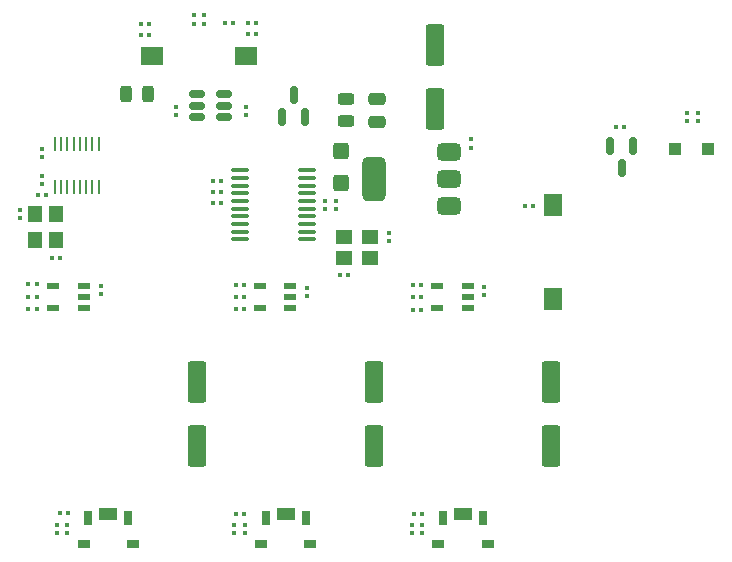
<source format=gtp>
G04 #@! TF.GenerationSoftware,KiCad,Pcbnew,8.0.2*
G04 #@! TF.CreationDate,2024-05-22T22:05:32+08:00*
G04 #@! TF.ProjectId,pppc_usb_hub,70707063-5f75-4736-925f-6875622e6b69,rev?*
G04 #@! TF.SameCoordinates,Original*
G04 #@! TF.FileFunction,Paste,Top*
G04 #@! TF.FilePolarity,Positive*
%FSLAX46Y46*%
G04 Gerber Fmt 4.6, Leading zero omitted, Abs format (unit mm)*
G04 Created by KiCad (PCBNEW 8.0.2) date 2024-05-22 22:05:32*
%MOMM*%
%LPD*%
G01*
G04 APERTURE LIST*
G04 Aperture macros list*
%AMRoundRect*
0 Rectangle with rounded corners*
0 $1 Rounding radius*
0 $2 $3 $4 $5 $6 $7 $8 $9 X,Y pos of 4 corners*
0 Add a 4 corners polygon primitive as box body*
4,1,4,$2,$3,$4,$5,$6,$7,$8,$9,$2,$3,0*
0 Add four circle primitives for the rounded corners*
1,1,$1+$1,$2,$3*
1,1,$1+$1,$4,$5*
1,1,$1+$1,$6,$7*
1,1,$1+$1,$8,$9*
0 Add four rect primitives between the rounded corners*
20,1,$1+$1,$2,$3,$4,$5,0*
20,1,$1+$1,$4,$5,$6,$7,0*
20,1,$1+$1,$6,$7,$8,$9,0*
20,1,$1+$1,$8,$9,$2,$3,0*%
G04 Aperture macros list end*
%ADD10RoundRect,0.079500X0.079500X0.100500X-0.079500X0.100500X-0.079500X-0.100500X0.079500X-0.100500X0*%
%ADD11RoundRect,0.079500X-0.100500X0.079500X-0.100500X-0.079500X0.100500X-0.079500X0.100500X0.079500X0*%
%ADD12R,0.700000X1.200000*%
%ADD13R,1.500000X1.000000*%
%ADD14R,1.100000X0.700000*%
%ADD15RoundRect,0.079500X0.100500X-0.079500X0.100500X0.079500X-0.100500X0.079500X-0.100500X-0.079500X0*%
%ADD16R,1.100000X0.600000*%
%ADD17RoundRect,0.250000X-0.550000X1.500000X-0.550000X-1.500000X0.550000X-1.500000X0.550000X1.500000X0*%
%ADD18RoundRect,0.150000X-0.150000X0.587500X-0.150000X-0.587500X0.150000X-0.587500X0.150000X0.587500X0*%
%ADD19RoundRect,0.250000X0.300000X0.300000X-0.300000X0.300000X-0.300000X-0.300000X0.300000X-0.300000X0*%
%ADD20RoundRect,0.375000X0.625000X0.375000X-0.625000X0.375000X-0.625000X-0.375000X0.625000X-0.375000X0*%
%ADD21RoundRect,0.500000X0.500000X1.400000X-0.500000X1.400000X-0.500000X-1.400000X0.500000X-1.400000X0*%
%ADD22RoundRect,0.150000X0.150000X-0.587500X0.150000X0.587500X-0.150000X0.587500X-0.150000X-0.587500X0*%
%ADD23RoundRect,0.250000X0.475000X-0.250000X0.475000X0.250000X-0.475000X0.250000X-0.475000X-0.250000X0*%
%ADD24RoundRect,0.079500X-0.079500X-0.100500X0.079500X-0.100500X0.079500X0.100500X-0.079500X0.100500X0*%
%ADD25R,0.250000X1.200000*%
%ADD26RoundRect,0.250000X0.425000X-0.450000X0.425000X0.450000X-0.425000X0.450000X-0.425000X-0.450000X0*%
%ADD27R,1.400000X1.200000*%
%ADD28RoundRect,0.243750X-0.456250X0.243750X-0.456250X-0.243750X0.456250X-0.243750X0.456250X0.243750X0*%
%ADD29RoundRect,0.250000X0.550000X-1.500000X0.550000X1.500000X-0.550000X1.500000X-0.550000X-1.500000X0*%
%ADD30RoundRect,0.100000X0.637500X0.100000X-0.637500X0.100000X-0.637500X-0.100000X0.637500X-0.100000X0*%
%ADD31RoundRect,0.243750X-0.243750X-0.456250X0.243750X-0.456250X0.243750X0.456250X-0.243750X0.456250X0*%
%ADD32RoundRect,0.150000X-0.512500X-0.150000X0.512500X-0.150000X0.512500X0.150000X-0.512500X0.150000X0*%
%ADD33R,1.500000X1.900000*%
%ADD34R,1.200000X1.400000*%
%ADD35R,1.900000X1.500000*%
G04 APERTURE END LIST*
D10*
X102445000Y-60700000D03*
X101755000Y-60700000D03*
X101445000Y-83900100D03*
X100755000Y-83900100D03*
D11*
X101537500Y-67780000D03*
X101537500Y-68470000D03*
X106700000Y-83155100D03*
X106700000Y-83845100D03*
D10*
X102445000Y-61600000D03*
X101755000Y-61600000D03*
D11*
X116450000Y-103230000D03*
X116450000Y-103920000D03*
D12*
X118224000Y-102600000D03*
X121624000Y-102600000D03*
D13*
X119924000Y-102300000D03*
D14*
X117823900Y-104850000D03*
X122024100Y-104850000D03*
D15*
X84300000Y-72045000D03*
X84300000Y-71355000D03*
D10*
X99495000Y-75950000D03*
X98805000Y-75950000D03*
D11*
X101450000Y-103230000D03*
X101450000Y-103920000D03*
D10*
X101395000Y-102300000D03*
X100705000Y-102300000D03*
X116380000Y-82850100D03*
X115690000Y-82850100D03*
D11*
X82400000Y-76555000D03*
X82400000Y-77245000D03*
D15*
X120600000Y-71245000D03*
X120600000Y-70555000D03*
D11*
X100550000Y-103205000D03*
X100550000Y-103895000D03*
D10*
X116445000Y-102300000D03*
X115755000Y-102300000D03*
D16*
X87838100Y-84850100D03*
X87838100Y-83900100D03*
X87838100Y-82950100D03*
X85237900Y-82950100D03*
X85237900Y-84850100D03*
D15*
X98050000Y-60745000D03*
X98050000Y-60055000D03*
D17*
X112400000Y-91100100D03*
X112400000Y-96500100D03*
X127400000Y-91100100D03*
X127400000Y-96500100D03*
D12*
X88224000Y-102600000D03*
X91624000Y-102600000D03*
D13*
X89924000Y-102300000D03*
D14*
X87823900Y-104850000D03*
X92024100Y-104850000D03*
D11*
X121700000Y-83055100D03*
X121700000Y-83745100D03*
D18*
X134320000Y-71092100D03*
X132420000Y-71092100D03*
X133370000Y-72967100D03*
D15*
X84300000Y-74345000D03*
X84300000Y-73655000D03*
D19*
X140670000Y-71367100D03*
X137870000Y-71367100D03*
D20*
X118750000Y-76200000D03*
X118750000Y-73900000D03*
D21*
X112450000Y-73900000D03*
D20*
X118750000Y-71600000D03*
D17*
X97400000Y-91100100D03*
X97400000Y-96500100D03*
D22*
X104650000Y-68637500D03*
X106550000Y-68637500D03*
X105600000Y-66762500D03*
D12*
X103224000Y-102600000D03*
X106624000Y-102600000D03*
D13*
X104924000Y-102300000D03*
D14*
X102823900Y-104850000D03*
X107024100Y-104850000D03*
D23*
X112700000Y-69050000D03*
X112700000Y-67150000D03*
D10*
X99495000Y-75000000D03*
X98805000Y-75000000D03*
X86495000Y-102200000D03*
X85805000Y-102200000D03*
D11*
X113700000Y-78455000D03*
X113700000Y-79145000D03*
D10*
X116380000Y-83910100D03*
X115690000Y-83910100D03*
X100445000Y-60700000D03*
X99755000Y-60700000D03*
D24*
X92675000Y-61750000D03*
X93365000Y-61750000D03*
D10*
X101445000Y-82850100D03*
X100755000Y-82850100D03*
D15*
X109200000Y-76445000D03*
X109200000Y-75755000D03*
X139870000Y-69012100D03*
X139870000Y-68322100D03*
X138870000Y-69012100D03*
X138870000Y-68322100D03*
D10*
X84645000Y-75300000D03*
X83955000Y-75300000D03*
X85845000Y-80600000D03*
X85155000Y-80600000D03*
D16*
X120338100Y-84850100D03*
X120338100Y-83900100D03*
X120338100Y-82950100D03*
X117737900Y-82950100D03*
X117737900Y-84850100D03*
D11*
X86450000Y-103230000D03*
X86450000Y-103920000D03*
D10*
X133615000Y-69467100D03*
X132925000Y-69467100D03*
D25*
X89105000Y-70949900D03*
X88574900Y-70949900D03*
X88045000Y-70949900D03*
X87514900Y-70949900D03*
X86985100Y-70949900D03*
X86455000Y-70949900D03*
X85924900Y-70949900D03*
X85395000Y-70949900D03*
X85395000Y-74550100D03*
X85924900Y-74550100D03*
X86455000Y-74550100D03*
X86985100Y-74550100D03*
X87514900Y-74550100D03*
X88045000Y-74550100D03*
X88574900Y-74550100D03*
X89105000Y-74550100D03*
D10*
X83845000Y-82830100D03*
X83155000Y-82830100D03*
D26*
X109600000Y-74250000D03*
X109600000Y-71550000D03*
D27*
X109899900Y-80575000D03*
X112100100Y-80575000D03*
X112100100Y-78825000D03*
X109899900Y-78825000D03*
D10*
X116380000Y-84970100D03*
X115690000Y-84970100D03*
D28*
X110000000Y-67162500D03*
X110000000Y-69037500D03*
D29*
X117600000Y-68000000D03*
X117600000Y-62600000D03*
D11*
X89300000Y-82975100D03*
X89300000Y-83665100D03*
D16*
X105338100Y-84850100D03*
X105338100Y-83900100D03*
X105338100Y-82950100D03*
X102737900Y-82950100D03*
X102737900Y-84850100D03*
D10*
X125845000Y-76150000D03*
X125155000Y-76150000D03*
D30*
X106775000Y-79025000D03*
X106775000Y-78375000D03*
X106775000Y-77725000D03*
X106775000Y-77075000D03*
X106775000Y-76425000D03*
X106775000Y-75775000D03*
X106775000Y-75125000D03*
X106775000Y-74475000D03*
X106775000Y-73825000D03*
X106775000Y-73175000D03*
X101050000Y-73175000D03*
X101050000Y-73825000D03*
X101050000Y-74475000D03*
X101050000Y-75125000D03*
X101050000Y-75775000D03*
X101050000Y-76425000D03*
X101050000Y-77075000D03*
X101050000Y-77725000D03*
X101050000Y-78375000D03*
X101050000Y-79025000D03*
D31*
X91392400Y-66750000D03*
X93267400Y-66750000D03*
D32*
X97462500Y-66750000D03*
X97462500Y-67700000D03*
X97462500Y-68650000D03*
X99737500Y-68650000D03*
X99737500Y-67700000D03*
X99737500Y-66750000D03*
D24*
X92675000Y-60750000D03*
X93365000Y-60750000D03*
D15*
X97150000Y-60745000D03*
X97150000Y-60055000D03*
D10*
X101445000Y-84950100D03*
X100755000Y-84950100D03*
D33*
X127600000Y-76100000D03*
X127600000Y-84100000D03*
D10*
X83845000Y-83890100D03*
X83155000Y-83890100D03*
X83845000Y-84950100D03*
X83155000Y-84950100D03*
X99495000Y-74100000D03*
X98805000Y-74100000D03*
D11*
X85600000Y-103205000D03*
X85600000Y-103895000D03*
X115600000Y-103205000D03*
X115600000Y-103895000D03*
D15*
X108300000Y-76445000D03*
X108300000Y-75755000D03*
D34*
X85500000Y-79100200D03*
X85500000Y-76900000D03*
X83750000Y-76900000D03*
X83750000Y-79100200D03*
D35*
X101600000Y-63500000D03*
X93600000Y-63500000D03*
D11*
X95662500Y-67780000D03*
X95662500Y-68470000D03*
D24*
X109555000Y-82000000D03*
X110245000Y-82000000D03*
M02*

</source>
